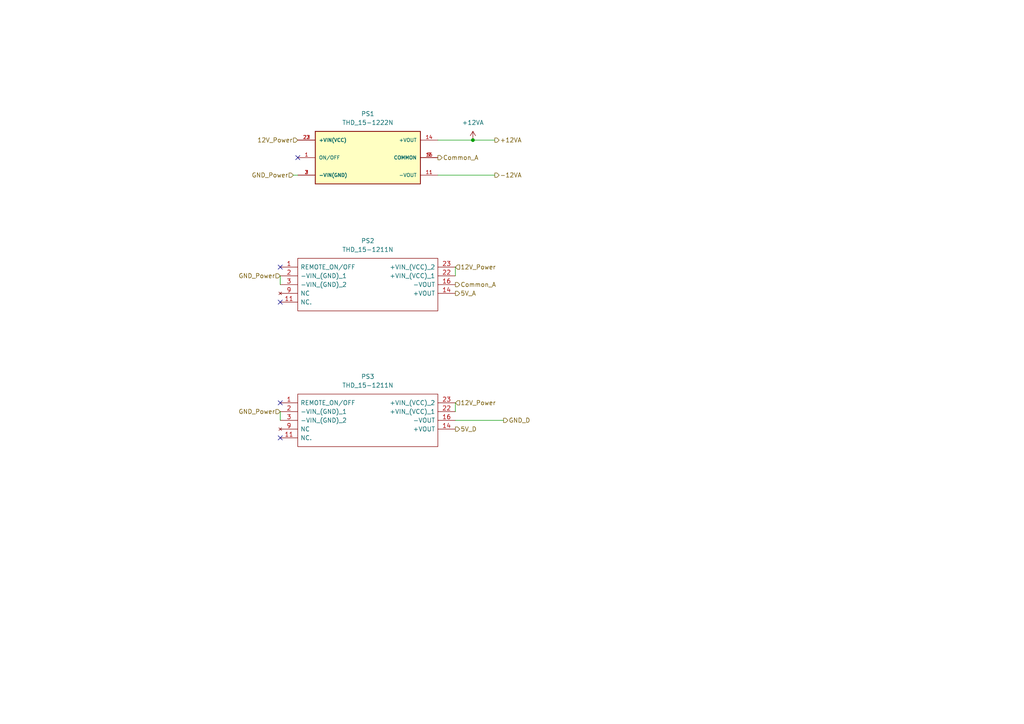
<source format=kicad_sch>
(kicad_sch (version 20230121) (generator eeschema)
  (paper "A4")
  (title_block (title "Alimentations "))
  (lib_symbols
    (symbol "THD_15-1211N:THD_15-1211N" (pin_names (offset 0.762))
      (property "Reference" "PS" (at 46.99 7.62 0))
      (property "Value" "THD_15-1211N" (at 46.99 5.08 0))
      (symbol "THD_15-1211N_0_0"
        (pin passive line (at 0 0 0) (length 5.08) (name "REMOTE_ON/OFF") (number "1"))
        (pin passive line (at 0 -10.16 0) (length 5.08) (name "NC.") (number "11"))
        (pin passive line (at 50.8 -7.62 180) (length 5.08) (name "+VOUT") (number "14"))
        (pin passive line (at 50.8 -5.08 180) (length 5.08) (name "-VOUT") (number "16"))
        (pin passive line (at 0 -2.54 0) (length 5.08) (name "-VIN_(GND)_1") (number "2"))
        (pin passive line (at 50.8 -2.54 180) (length 5.08) (name "+VIN_(VCC)_1") (number "22"))
        (pin passive line (at 50.8 0 180) (length 5.08) (name "+VIN_(VCC)_2") (number "23"))
        (pin passive line (at 0 -5.08 0) (length 5.08) (name "-VIN_(GND)_2") (number "3"))
        (pin no_connect line (at 0 -7.62 0) (length 5.08) (name "NC") (number "9"))
      )
      (symbol "THD_15-1211N_0_1"
        (polyline (pts (xy 5.08 2.54) (xy 45.72 2.54) (xy 45.72 -12.7) (xy 5.08 -12.7) (xy 5.08 2.54)) (stroke (width 0.1524)))
      )
    )
    (symbol "THD_15-1222N:THD_15-1222N" (pin_names (offset 1.016))
      (property "Reference" "PS" (at -15.24 10.16 0))
      (property "Value" "THD_15-1222N" (at -15.24 -10.16 0))
      (symbol "THD_15-1222N_0_0"
        (rectangle (start -15.24 -7.62) (end 15.24 7.62) (stroke (width 0.254)) (fill (type background)))
        (pin input line (at -20.32 0 0) (length 5.08) (name "ON/OFF") (number "1"))
        (pin output line (at 20.32 -5.08 180) (length 5.08) (name "-VOUT") (number "11"))
        (pin output line (at 20.32 5.08 180) (length 5.08) (name "+VOUT") (number "14"))
        (pin passive line (at 20.32 0 180) (length 5.08) (name "COMMON") (number "16"))
        (pin input line (at -20.32 -5.08 0) (length 5.08) (name "-VIN(GND)") (number "2"))
        (pin input line (at -20.32 5.08 0) (length 5.08) (name "+VIN(VCC)") (number "22"))
        (pin input line (at -20.32 5.08 0) (length 5.08) (name "+VIN(VCC)") (number "23"))
        (pin input line (at -20.32 -5.08 0) (length 5.08) (name "-VIN(GND)") (number "3"))
        (pin passive line (at 20.32 0 180) (length 5.08) (name "COMMON") (number "9"))
      )
    )
    (symbol "power:+12VA" (power) (pin_names (offset 0))
      (property "Value" "+12VA" (at 0 3.556 0))
      (symbol "+12VA_0_1"
        (polyline (pts (xy -0.762 1.27) (xy 0 2.54)))
        (polyline (pts (xy 0 0) (xy 0 2.54)))
        (polyline (pts (xy 0 2.54) (xy 0.762 1.27)))
      )
      (symbol "+12VA_1_1"
        (pin power_in line (at 0 0 90) (length 0) hide (name "+12VA") (number "1"))
      )
    )
  )
  (junction (at 137.16 40.64))
  (no_connect (at 81.28 87.63))
  (no_connect (at 81.28 77.47))
  (no_connect (at 81.28 116.84))
  (no_connect (at 86.36 45.72))
  (no_connect (at 81.28 127))
  (wire (pts (xy 132.08 121.92) (xy 146.05 121.92)))
  (wire (pts (xy 81.28 80.01) (xy 81.28 82.55)))
  (wire (pts (xy 137.16 40.64) (xy 143.51 40.64)))
  (wire (pts (xy 81.28 119.38) (xy 81.28 121.92)))
  (wire (pts (xy 127 50.8) (xy 143.51 50.8)))
  (wire (pts (xy 132.08 116.84) (xy 132.08 119.38)))
  (wire (pts (xy 127 40.64) (xy 137.16 40.64)))
  (wire (pts (xy 132.08 77.47) (xy 132.08 80.01)))
  (wire (pts (xy 85.09 50.8) (xy 86.36 50.8)))
  (hierarchical_label "GND_Power" (shape input) (at 85.09 50.8 180))
  (hierarchical_label "GND_Power" (shape input) (at 81.28 80.01 180))
  (hierarchical_label "5V_D" (shape output) (at 132.08 124.46 0))
  (hierarchical_label "12V_Power" (shape input) (at 86.36 40.64 180))
  (hierarchical_label "GND_D" (shape output) (at 146.05 121.92 0))
  (hierarchical_label "-12VA" (shape output) (at 143.51 50.8 0))
  (hierarchical_label "5V_A" (shape output) (at 132.08 85.09 0))
  (hierarchical_label "+12VA" (shape output) (at 143.51 40.64 0))
  (hierarchical_label "Common_A" (shape output) (at 132.08 82.55 0))
  (hierarchical_label "12V_Power" (shape input) (at 132.08 116.84 0))
  (hierarchical_label "GND_Power" (shape input) (at 81.28 119.38 180))
  (hierarchical_label "12V_Power" (shape input) (at 132.08 77.47 0))
  (hierarchical_label "Common_A" (shape output) (at 127 45.72 0))
  (symbol (lib_id "THD_15-1211N:THD_15-1211N") (at 81.28 77.47 0) (unit 1)
    (property "Reference" "PS2" (at 106.68 69.85 0))
    (property "Value" "THD_15-1211N" (at 106.68 72.39 0))
    (property "Footprint" "THD151211N" (effects hide))
    (property "Datasheet" "https://tracopower.com/thd15n-datasheet/" (effects hide))
    (property "Description" "Alimentation +/-12V to 5V (THD15 1211N - isolated)" (effects hide))
    (property "Height" "10.7" (effects hide))
    (property "Manufacturer_Name" "Traco Power" (effects hide))
    (property "Manufacturer_Part_Number" "THD 15-1211N" (effects hide))
    (property "Mouser Part Number" "495-THD15-1211N" (effects hide))
    (property "Mouser Price/Stock" "https://www.mouser.co.uk/ProductDetail/TRACO-Power/THD-15-1211N?qs=ckJk83FOD0X2IyoEoPcnmg%3D%3D" (effects hide))
  )
  (symbol (lib_id "power:+12VA") (at 137.16 40.64 0) (unit 1)
    (property "Reference" "#PWR04" (effects hide))
    (property "Value" "+12VA" (at 137.16 35.56 0))
  )
  (symbol (lib_id "THD_15-1222N:THD_15-1222N") (at 106.68 45.72 0) (unit 1)
    (property "Reference" "PS1" (at 106.68 33.02 0))
    (property "Value" "THD_15-1222N" (at 106.68 35.56 0))
    (property "Footprint" "CONV_THD_15-1222N" (effects hide))
    (property "Description" "Alimentation 12V to -/+12V (THD15 1222N - isolated) " (effects hide))
    (property "MANUFACTURER" "Traco Power" (effects hide))
    (property "MAXIMUM_PACKAGE_HEIGHT" "10.7mm" (effects hide))
    (property "PARTREV" "July 27, 2020" (effects hide))
    (property "STANDARD" "IPC 7351B" (effects hide))
  )
  (symbol (lib_id "THD_15-1211N:THD_15-1211N") (at 81.28 116.84 0) (unit 1)
    (property "Reference" "PS3" (at 106.68 109.22 0))
    (property "Value" "THD_15-1211N" (at 106.68 111.76 0))
    (property "Footprint" "THD151211N" (effects hide))
    (property "Datasheet" "https://tracopower.com/thd15n-datasheet/" (effects hide))
    (property "Description" "Alimentation +/-12V to 5V (THD15 1211N - isolated)" (effects hide))
    (property "Height" "10.7" (effects hide))
    (property "Manufacturer_Name" "Traco Power" (effects hide))
    (property "Manufacturer_Part_Number" "THD 15-1211N" (effects hide))
    (property "Mouser Part Number" "495-THD15-1211N" (effects hide))
    (property "Mouser Price/Stock" "https://www.mouser.co.uk/ProductDetail/TRACO-Power/THD-15-1211N?qs=ckJk83FOD0X2IyoEoPcnmg%3D%3D" (effects hide))
  )
)
</source>
